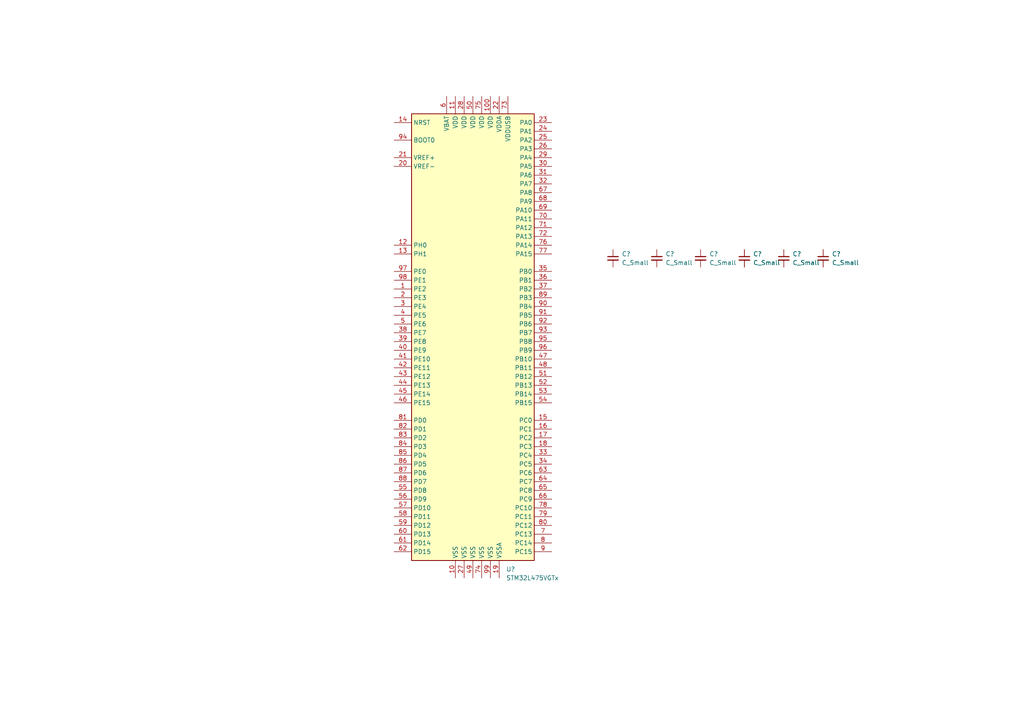
<source format=kicad_sch>
(kicad_sch (version 20211123) (generator eeschema)

  (uuid e63e39d7-6ac0-4ffd-8aa3-1841a4541b55)

  (paper "A4")

  (lib_symbols
    (symbol "Device:C_Small" (pin_numbers hide) (pin_names (offset 0.254) hide) (in_bom yes) (on_board yes)
      (property "Reference" "C" (id 0) (at 0.254 1.778 0)
        (effects (font (size 1.27 1.27)) (justify left))
      )
      (property "Value" "C_Small" (id 1) (at 0.254 -2.032 0)
        (effects (font (size 1.27 1.27)) (justify left))
      )
      (property "Footprint" "" (id 2) (at 0 0 0)
        (effects (font (size 1.27 1.27)) hide)
      )
      (property "Datasheet" "~" (id 3) (at 0 0 0)
        (effects (font (size 1.27 1.27)) hide)
      )
      (property "ki_keywords" "capacitor cap" (id 4) (at 0 0 0)
        (effects (font (size 1.27 1.27)) hide)
      )
      (property "ki_description" "Unpolarized capacitor, small symbol" (id 5) (at 0 0 0)
        (effects (font (size 1.27 1.27)) hide)
      )
      (property "ki_fp_filters" "C_*" (id 6) (at 0 0 0)
        (effects (font (size 1.27 1.27)) hide)
      )
      (symbol "C_Small_0_1"
        (polyline
          (pts
            (xy -1.524 -0.508)
            (xy 1.524 -0.508)
          )
          (stroke (width 0.3302) (type default) (color 0 0 0 0))
          (fill (type none))
        )
        (polyline
          (pts
            (xy -1.524 0.508)
            (xy 1.524 0.508)
          )
          (stroke (width 0.3048) (type default) (color 0 0 0 0))
          (fill (type none))
        )
      )
      (symbol "C_Small_1_1"
        (pin passive line (at 0 2.54 270) (length 2.032)
          (name "~" (effects (font (size 1.27 1.27))))
          (number "1" (effects (font (size 1.27 1.27))))
        )
        (pin passive line (at 0 -2.54 90) (length 2.032)
          (name "~" (effects (font (size 1.27 1.27))))
          (number "2" (effects (font (size 1.27 1.27))))
        )
      )
    )
    (symbol "MCU_ST_STM32L4:STM32L475VGTx" (in_bom yes) (on_board yes)
      (property "Reference" "U" (id 0) (at -17.78 64.77 0)
        (effects (font (size 1.27 1.27)) (justify left))
      )
      (property "Value" "STM32L475VGTx" (id 1) (at 12.7 64.77 0)
        (effects (font (size 1.27 1.27)) (justify left))
      )
      (property "Footprint" "Package_QFP:LQFP-100_14x14mm_P0.5mm" (id 2) (at -17.78 -66.04 0)
        (effects (font (size 1.27 1.27)) (justify right) hide)
      )
      (property "Datasheet" "http://www.st.com/st-web-ui/static/active/en/resource/technical/document/datasheet/DM00172872.pdf" (id 3) (at 0 0 0)
        (effects (font (size 1.27 1.27)) hide)
      )
      (property "ki_keywords" "ARM Cortex-M4 STM32L4 STM32L4x5" (id 4) (at 0 0 0)
        (effects (font (size 1.27 1.27)) hide)
      )
      (property "ki_description" "ARM Cortex-M4 MCU, 1024KB flash, 128KB RAM, 80MHz, 1.71-3.6V, 82 GPIO, LQFP-100" (id 5) (at 0 0 0)
        (effects (font (size 1.27 1.27)) hide)
      )
      (property "ki_fp_filters" "LQFP*14x14mm*P0.5mm*" (id 6) (at 0 0 0)
        (effects (font (size 1.27 1.27)) hide)
      )
      (symbol "STM32L475VGTx_0_1"
        (rectangle (start -17.78 -66.04) (end 17.78 63.5)
          (stroke (width 0.254) (type default) (color 0 0 0 0))
          (fill (type background))
        )
      )
      (symbol "STM32L475VGTx_1_1"
        (pin bidirectional line (at -22.86 12.7 0) (length 5.08)
          (name "PE2" (effects (font (size 1.27 1.27))))
          (number "1" (effects (font (size 1.27 1.27))))
        )
        (pin power_in line (at -5.08 -71.12 90) (length 5.08)
          (name "VSS" (effects (font (size 1.27 1.27))))
          (number "10" (effects (font (size 1.27 1.27))))
        )
        (pin power_in line (at 5.08 68.58 270) (length 5.08)
          (name "VDD" (effects (font (size 1.27 1.27))))
          (number "100" (effects (font (size 1.27 1.27))))
        )
        (pin power_in line (at -5.08 68.58 270) (length 5.08)
          (name "VDD" (effects (font (size 1.27 1.27))))
          (number "11" (effects (font (size 1.27 1.27))))
        )
        (pin input line (at -22.86 25.4 0) (length 5.08)
          (name "PH0" (effects (font (size 1.27 1.27))))
          (number "12" (effects (font (size 1.27 1.27))))
        )
        (pin input line (at -22.86 22.86 0) (length 5.08)
          (name "PH1" (effects (font (size 1.27 1.27))))
          (number "13" (effects (font (size 1.27 1.27))))
        )
        (pin input line (at -22.86 60.96 0) (length 5.08)
          (name "NRST" (effects (font (size 1.27 1.27))))
          (number "14" (effects (font (size 1.27 1.27))))
        )
        (pin bidirectional line (at 22.86 -25.4 180) (length 5.08)
          (name "PC0" (effects (font (size 1.27 1.27))))
          (number "15" (effects (font (size 1.27 1.27))))
        )
        (pin bidirectional line (at 22.86 -27.94 180) (length 5.08)
          (name "PC1" (effects (font (size 1.27 1.27))))
          (number "16" (effects (font (size 1.27 1.27))))
        )
        (pin bidirectional line (at 22.86 -30.48 180) (length 5.08)
          (name "PC2" (effects (font (size 1.27 1.27))))
          (number "17" (effects (font (size 1.27 1.27))))
        )
        (pin bidirectional line (at 22.86 -33.02 180) (length 5.08)
          (name "PC3" (effects (font (size 1.27 1.27))))
          (number "18" (effects (font (size 1.27 1.27))))
        )
        (pin power_in line (at 7.62 -71.12 90) (length 5.08)
          (name "VSSA" (effects (font (size 1.27 1.27))))
          (number "19" (effects (font (size 1.27 1.27))))
        )
        (pin bidirectional line (at -22.86 10.16 0) (length 5.08)
          (name "PE3" (effects (font (size 1.27 1.27))))
          (number "2" (effects (font (size 1.27 1.27))))
        )
        (pin power_in line (at -22.86 48.26 0) (length 5.08)
          (name "VREF-" (effects (font (size 1.27 1.27))))
          (number "20" (effects (font (size 1.27 1.27))))
        )
        (pin bidirectional line (at -22.86 50.8 0) (length 5.08)
          (name "VREF+" (effects (font (size 1.27 1.27))))
          (number "21" (effects (font (size 1.27 1.27))))
        )
        (pin power_in line (at 7.62 68.58 270) (length 5.08)
          (name "VDDA" (effects (font (size 1.27 1.27))))
          (number "22" (effects (font (size 1.27 1.27))))
        )
        (pin bidirectional line (at 22.86 60.96 180) (length 5.08)
          (name "PA0" (effects (font (size 1.27 1.27))))
          (number "23" (effects (font (size 1.27 1.27))))
        )
        (pin bidirectional line (at 22.86 58.42 180) (length 5.08)
          (name "PA1" (effects (font (size 1.27 1.27))))
          (number "24" (effects (font (size 1.27 1.27))))
        )
        (pin bidirectional line (at 22.86 55.88 180) (length 5.08)
          (name "PA2" (effects (font (size 1.27 1.27))))
          (number "25" (effects (font (size 1.27 1.27))))
        )
        (pin bidirectional line (at 22.86 53.34 180) (length 5.08)
          (name "PA3" (effects (font (size 1.27 1.27))))
          (number "26" (effects (font (size 1.27 1.27))))
        )
        (pin power_in line (at -2.54 -71.12 90) (length 5.08)
          (name "VSS" (effects (font (size 1.27 1.27))))
          (number "27" (effects (font (size 1.27 1.27))))
        )
        (pin power_in line (at -2.54 68.58 270) (length 5.08)
          (name "VDD" (effects (font (size 1.27 1.27))))
          (number "28" (effects (font (size 1.27 1.27))))
        )
        (pin bidirectional line (at 22.86 50.8 180) (length 5.08)
          (name "PA4" (effects (font (size 1.27 1.27))))
          (number "29" (effects (font (size 1.27 1.27))))
        )
        (pin bidirectional line (at -22.86 7.62 0) (length 5.08)
          (name "PE4" (effects (font (size 1.27 1.27))))
          (number "3" (effects (font (size 1.27 1.27))))
        )
        (pin bidirectional line (at 22.86 48.26 180) (length 5.08)
          (name "PA5" (effects (font (size 1.27 1.27))))
          (number "30" (effects (font (size 1.27 1.27))))
        )
        (pin bidirectional line (at 22.86 45.72 180) (length 5.08)
          (name "PA6" (effects (font (size 1.27 1.27))))
          (number "31" (effects (font (size 1.27 1.27))))
        )
        (pin bidirectional line (at 22.86 43.18 180) (length 5.08)
          (name "PA7" (effects (font (size 1.27 1.27))))
          (number "32" (effects (font (size 1.27 1.27))))
        )
        (pin bidirectional line (at 22.86 -35.56 180) (length 5.08)
          (name "PC4" (effects (font (size 1.27 1.27))))
          (number "33" (effects (font (size 1.27 1.27))))
        )
        (pin bidirectional line (at 22.86 -38.1 180) (length 5.08)
          (name "PC5" (effects (font (size 1.27 1.27))))
          (number "34" (effects (font (size 1.27 1.27))))
        )
        (pin bidirectional line (at 22.86 17.78 180) (length 5.08)
          (name "PB0" (effects (font (size 1.27 1.27))))
          (number "35" (effects (font (size 1.27 1.27))))
        )
        (pin bidirectional line (at 22.86 15.24 180) (length 5.08)
          (name "PB1" (effects (font (size 1.27 1.27))))
          (number "36" (effects (font (size 1.27 1.27))))
        )
        (pin bidirectional line (at 22.86 12.7 180) (length 5.08)
          (name "PB2" (effects (font (size 1.27 1.27))))
          (number "37" (effects (font (size 1.27 1.27))))
        )
        (pin bidirectional line (at -22.86 0 0) (length 5.08)
          (name "PE7" (effects (font (size 1.27 1.27))))
          (number "38" (effects (font (size 1.27 1.27))))
        )
        (pin bidirectional line (at -22.86 -2.54 0) (length 5.08)
          (name "PE8" (effects (font (size 1.27 1.27))))
          (number "39" (effects (font (size 1.27 1.27))))
        )
        (pin bidirectional line (at -22.86 5.08 0) (length 5.08)
          (name "PE5" (effects (font (size 1.27 1.27))))
          (number "4" (effects (font (size 1.27 1.27))))
        )
        (pin bidirectional line (at -22.86 -5.08 0) (length 5.08)
          (name "PE9" (effects (font (size 1.27 1.27))))
          (number "40" (effects (font (size 1.27 1.27))))
        )
        (pin bidirectional line (at -22.86 -7.62 0) (length 5.08)
          (name "PE10" (effects (font (size 1.27 1.27))))
          (number "41" (effects (font (size 1.27 1.27))))
        )
        (pin bidirectional line (at -22.86 -10.16 0) (length 5.08)
          (name "PE11" (effects (font (size 1.27 1.27))))
          (number "42" (effects (font (size 1.27 1.27))))
        )
        (pin bidirectional line (at -22.86 -12.7 0) (length 5.08)
          (name "PE12" (effects (font (size 1.27 1.27))))
          (number "43" (effects (font (size 1.27 1.27))))
        )
        (pin bidirectional line (at -22.86 -15.24 0) (length 5.08)
          (name "PE13" (effects (font (size 1.27 1.27))))
          (number "44" (effects (font (size 1.27 1.27))))
        )
        (pin bidirectional line (at -22.86 -17.78 0) (length 5.08)
          (name "PE14" (effects (font (size 1.27 1.27))))
          (number "45" (effects (font (size 1.27 1.27))))
        )
        (pin bidirectional line (at -22.86 -20.32 0) (length 5.08)
          (name "PE15" (effects (font (size 1.27 1.27))))
          (number "46" (effects (font (size 1.27 1.27))))
        )
        (pin bidirectional line (at 22.86 -7.62 180) (length 5.08)
          (name "PB10" (effects (font (size 1.27 1.27))))
          (number "47" (effects (font (size 1.27 1.27))))
        )
        (pin bidirectional line (at 22.86 -10.16 180) (length 5.08)
          (name "PB11" (effects (font (size 1.27 1.27))))
          (number "48" (effects (font (size 1.27 1.27))))
        )
        (pin power_in line (at 0 -71.12 90) (length 5.08)
          (name "VSS" (effects (font (size 1.27 1.27))))
          (number "49" (effects (font (size 1.27 1.27))))
        )
        (pin bidirectional line (at -22.86 2.54 0) (length 5.08)
          (name "PE6" (effects (font (size 1.27 1.27))))
          (number "5" (effects (font (size 1.27 1.27))))
        )
        (pin power_in line (at 0 68.58 270) (length 5.08)
          (name "VDD" (effects (font (size 1.27 1.27))))
          (number "50" (effects (font (size 1.27 1.27))))
        )
        (pin bidirectional line (at 22.86 -12.7 180) (length 5.08)
          (name "PB12" (effects (font (size 1.27 1.27))))
          (number "51" (effects (font (size 1.27 1.27))))
        )
        (pin bidirectional line (at 22.86 -15.24 180) (length 5.08)
          (name "PB13" (effects (font (size 1.27 1.27))))
          (number "52" (effects (font (size 1.27 1.27))))
        )
        (pin bidirectional line (at 22.86 -17.78 180) (length 5.08)
          (name "PB14" (effects (font (size 1.27 1.27))))
          (number "53" (effects (font (size 1.27 1.27))))
        )
        (pin bidirectional line (at 22.86 -20.32 180) (length 5.08)
          (name "PB15" (effects (font (size 1.27 1.27))))
          (number "54" (effects (font (size 1.27 1.27))))
        )
        (pin bidirectional line (at -22.86 -45.72 0) (length 5.08)
          (name "PD8" (effects (font (size 1.27 1.27))))
          (number "55" (effects (font (size 1.27 1.27))))
        )
        (pin bidirectional line (at -22.86 -48.26 0) (length 5.08)
          (name "PD9" (effects (font (size 1.27 1.27))))
          (number "56" (effects (font (size 1.27 1.27))))
        )
        (pin bidirectional line (at -22.86 -50.8 0) (length 5.08)
          (name "PD10" (effects (font (size 1.27 1.27))))
          (number "57" (effects (font (size 1.27 1.27))))
        )
        (pin bidirectional line (at -22.86 -53.34 0) (length 5.08)
          (name "PD11" (effects (font (size 1.27 1.27))))
          (number "58" (effects (font (size 1.27 1.27))))
        )
        (pin bidirectional line (at -22.86 -55.88 0) (length 5.08)
          (name "PD12" (effects (font (size 1.27 1.27))))
          (number "59" (effects (font (size 1.27 1.27))))
        )
        (pin power_in line (at -7.62 68.58 270) (length 5.08)
          (name "VBAT" (effects (font (size 1.27 1.27))))
          (number "6" (effects (font (size 1.27 1.27))))
        )
        (pin bidirectional line (at -22.86 -58.42 0) (length 5.08)
          (name "PD13" (effects (font (size 1.27 1.27))))
          (number "60" (effects (font (size 1.27 1.27))))
        )
        (pin bidirectional line (at -22.86 -60.96 0) (length 5.08)
          (name "PD14" (effects (font (size 1.27 1.27))))
          (number "61" (effects (font (size 1.27 1.27))))
        )
        (pin bidirectional line (at -22.86 -63.5 0) (length 5.08)
          (name "PD15" (effects (font (size 1.27 1.27))))
          (number "62" (effects (font (size 1.27 1.27))))
        )
        (pin bidirectional line (at 22.86 -40.64 180) (length 5.08)
          (name "PC6" (effects (font (size 1.27 1.27))))
          (number "63" (effects (font (size 1.27 1.27))))
        )
        (pin bidirectional line (at 22.86 -43.18 180) (length 5.08)
          (name "PC7" (effects (font (size 1.27 1.27))))
          (number "64" (effects (font (size 1.27 1.27))))
        )
        (pin bidirectional line (at 22.86 -45.72 180) (length 5.08)
          (name "PC8" (effects (font (size 1.27 1.27))))
          (number "65" (effects (font (size 1.27 1.27))))
        )
        (pin bidirectional line (at 22.86 -48.26 180) (length 5.08)
          (name "PC9" (effects (font (size 1.27 1.27))))
          (number "66" (effects (font (size 1.27 1.27))))
        )
        (pin bidirectional line (at 22.86 40.64 180) (length 5.08)
          (name "PA8" (effects (font (size 1.27 1.27))))
          (number "67" (effects (font (size 1.27 1.27))))
        )
        (pin bidirectional line (at 22.86 38.1 180) (length 5.08)
          (name "PA9" (effects (font (size 1.27 1.27))))
          (number "68" (effects (font (size 1.27 1.27))))
        )
        (pin bidirectional line (at 22.86 35.56 180) (length 5.08)
          (name "PA10" (effects (font (size 1.27 1.27))))
          (number "69" (effects (font (size 1.27 1.27))))
        )
        (pin bidirectional line (at 22.86 -58.42 180) (length 5.08)
          (name "PC13" (effects (font (size 1.27 1.27))))
          (number "7" (effects (font (size 1.27 1.27))))
        )
        (pin bidirectional line (at 22.86 33.02 180) (length 5.08)
          (name "PA11" (effects (font (size 1.27 1.27))))
          (number "70" (effects (font (size 1.27 1.27))))
        )
        (pin bidirectional line (at 22.86 30.48 180) (length 5.08)
          (name "PA12" (effects (font (size 1.27 1.27))))
          (number "71" (effects (font (size 1.27 1.27))))
        )
        (pin bidirectional line (at 22.86 27.94 180) (length 5.08)
          (name "PA13" (effects (font (size 1.27 1.27))))
          (number "72" (effects (font (size 1.27 1.27))))
        )
        (pin power_in line (at 10.16 68.58 270) (length 5.08)
          (name "VDDUSB" (effects (font (size 1.27 1.27))))
          (number "73" (effects (font (size 1.27 1.27))))
        )
        (pin power_in line (at 2.54 -71.12 90) (length 5.08)
          (name "VSS" (effects (font (size 1.27 1.27))))
          (number "74" (effects (font (size 1.27 1.27))))
        )
        (pin power_in line (at 2.54 68.58 270) (length 5.08)
          (name "VDD" (effects (font (size 1.27 1.27))))
          (number "75" (effects (font (size 1.27 1.27))))
        )
        (pin bidirectional line (at 22.86 25.4 180) (length 5.08)
          (name "PA14" (effects (font (size 1.27 1.27))))
          (number "76" (effects (font (size 1.27 1.27))))
        )
        (pin bidirectional line (at 22.86 22.86 180) (length 5.08)
          (name "PA15" (effects (font (size 1.27 1.27))))
          (number "77" (effects (font (size 1.27 1.27))))
        )
        (pin bidirectional line (at 22.86 -50.8 180) (length 5.08)
          (name "PC10" (effects (font (size 1.27 1.27))))
          (number "78" (effects (font (size 1.27 1.27))))
        )
        (pin bidirectional line (at 22.86 -53.34 180) (length 5.08)
          (name "PC11" (effects (font (size 1.27 1.27))))
          (number "79" (effects (font (size 1.27 1.27))))
        )
        (pin bidirectional line (at 22.86 -60.96 180) (length 5.08)
          (name "PC14" (effects (font (size 1.27 1.27))))
          (number "8" (effects (font (size 1.27 1.27))))
        )
        (pin bidirectional line (at 22.86 -55.88 180) (length 5.08)
          (name "PC12" (effects (font (size 1.27 1.27))))
          (number "80" (effects (font (size 1.27 1.27))))
        )
        (pin bidirectional line (at -22.86 -25.4 0) (length 5.08)
          (name "PD0" (effects (font (size 1.27 1.27))))
          (number "81" (effects (font (size 1.27 1.27))))
        )
        (pin bidirectional line (at -22.86 -27.94 0) (length 5.08)
          (name "PD1" (effects (font (size 1.27 1.27))))
          (number "82" (effects (font (size 1.27 1.27))))
        )
        (pin bidirectional line (at -22.86 -30.48 0) (length 5.08)
          (name "PD2" (effects (font (size 1.27 1.27))))
          (number "83" (effects (font (size 1.27 1.27))))
        )
        (pin bidirectional line (at -22.86 -33.02 0) (length 5.08)
          (name "PD3" (effects (font (size 1.27 1.27))))
          (number "84" (effects (font (size 1.27 1.27))))
        )
        (pin bidirectional line (at -22.86 -35.56 0) (length 5.08)
          (name "PD4" (effects (font (size 1.27 1.27))))
          (number "85" (effects (font (size 1.27 1.27))))
        )
        (pin bidirectional line (at -22.86 -38.1 0) (length 5.08)
          (name "PD5" (effects (font (size 1.27 1.27))))
          (number "86" (effects (font (size 1.27 1.27))))
        )
        (pin bidirectional line (at -22.86 -40.64 0) (length 5.08)
          (name "PD6" (effects (font (size 1.27 1.27))))
          (number "87" (effects (font (size 1.27 1.27))))
        )
        (pin bidirectional line (at -22.86 -43.18 0) (length 5.08)
          (name "PD7" (effects (font (size 1.27 1.27))))
          (number "88" (effects (font (size 1.27 1.27))))
        )
        (pin bidirectional line (at 22.86 10.16 180) (length 5.08)
          (name "PB3" (effects (font (size 1.27 1.27))))
          (number "89" (effects (font (size 1.27 1.27))))
        )
        (pin bidirectional line (at 22.86 -63.5 180) (length 5.08)
          (name "PC15" (effects (font (size 1.27 1.27))))
          (number "9" (effects (font (size 1.27 1.27))))
        )
        (pin bidirectional line (at 22.86 7.62 180) (length 5.08)
          (name "PB4" (effects (font (size 1.27 1.27))))
          (number "90" (effects (font (size 1.27 1.27))))
        )
        (pin bidirectional line (at 22.86 5.08 180) (length 5.08)
          (name "PB5" (effects (font (size 1.27 1.27))))
          (number "91" (effects (font (size 1.27 1.27))))
        )
        (pin bidirectional line (at 22.86 2.54 180) (length 5.08)
          (name "PB6" (effects (font (size 1.27 1.27))))
          (number "92" (effects (font (size 1.27 1.27))))
        )
        (pin bidirectional line (at 22.86 0 180) (length 5.08)
          (name "PB7" (effects (font (size 1.27 1.27))))
          (number "93" (effects (font (size 1.27 1.27))))
        )
        (pin input line (at -22.86 55.88 0) (length 5.08)
          (name "BOOT0" (effects (font (size 1.27 1.27))))
          (number "94" (effects (font (size 1.27 1.27))))
        )
        (pin bidirectional line (at 22.86 -2.54 180) (length 5.08)
          (name "PB8" (effects (font (size 1.27 1.27))))
          (number "95" (effects (font (size 1.27 1.27))))
        )
        (pin bidirectional line (at 22.86 -5.08 180) (length 5.08)
          (name "PB9" (effects (font (size 1.27 1.27))))
          (number "96" (effects (font (size 1.27 1.27))))
        )
        (pin bidirectional line (at -22.86 17.78 0) (length 5.08)
          (name "PE0" (effects (font (size 1.27 1.27))))
          (number "97" (effects (font (size 1.27 1.27))))
        )
        (pin bidirectional line (at -22.86 15.24 0) (length 5.08)
          (name "PE1" (effects (font (size 1.27 1.27))))
          (number "98" (effects (font (size 1.27 1.27))))
        )
        (pin power_in line (at 5.08 -71.12 90) (length 5.08)
          (name "VSS" (effects (font (size 1.27 1.27))))
          (number "99" (effects (font (size 1.27 1.27))))
        )
      )
    )
  )


  (symbol (lib_id "Device:C_Small") (at 190.5 74.93 0) (unit 1)
    (in_bom yes) (on_board yes) (fields_autoplaced)
    (uuid 20193e1f-fada-4c28-9cae-dcc1516a667c)
    (property "Reference" "C?" (id 0) (at 193.04 73.6662 0)
      (effects (font (size 1.27 1.27)) (justify left))
    )
    (property "Value" "C_Small" (id 1) (at 193.04 76.2062 0)
      (effects (font (size 1.27 1.27)) (justify left))
    )
    (property "Footprint" "" (id 2) (at 190.5 74.93 0)
      (effects (font (size 1.27 1.27)) hide)
    )
    (property "Datasheet" "~" (id 3) (at 190.5 74.93 0)
      (effects (font (size 1.27 1.27)) hide)
    )
    (pin "1" (uuid c792d8d9-4817-4d6f-a57e-3c117c43a497))
    (pin "2" (uuid 24798a3e-514c-4324-a45c-9c58f6104d10))
  )

  (symbol (lib_id "Device:C_Small") (at 227.33 74.93 0) (unit 1)
    (in_bom yes) (on_board yes) (fields_autoplaced)
    (uuid 2660c866-d3d0-4912-8149-9bf66a7073b0)
    (property "Reference" "C?" (id 0) (at 229.87 73.6662 0)
      (effects (font (size 1.27 1.27)) (justify left))
    )
    (property "Value" "C_Small" (id 1) (at 229.87 76.2062 0)
      (effects (font (size 1.27 1.27)) (justify left))
    )
    (property "Footprint" "" (id 2) (at 227.33 74.93 0)
      (effects (font (size 1.27 1.27)) hide)
    )
    (property "Datasheet" "~" (id 3) (at 227.33 74.93 0)
      (effects (font (size 1.27 1.27)) hide)
    )
    (pin "1" (uuid a2be9f1c-f49f-48c6-9b82-fe513848f8c2))
    (pin "2" (uuid a0b83dff-95fb-4a94-b937-76a9b128457a))
  )

  (symbol (lib_id "Device:C_Small") (at 177.8 74.93 0) (unit 1)
    (in_bom yes) (on_board yes) (fields_autoplaced)
    (uuid 2e54168b-0227-4159-b47e-0111d60ce4b2)
    (property "Reference" "C?" (id 0) (at 180.34 73.6662 0)
      (effects (font (size 1.27 1.27)) (justify left))
    )
    (property "Value" "C_Small" (id 1) (at 180.34 76.2062 0)
      (effects (font (size 1.27 1.27)) (justify left))
    )
    (property "Footprint" "" (id 2) (at 177.8 74.93 0)
      (effects (font (size 1.27 1.27)) hide)
    )
    (property "Datasheet" "~" (id 3) (at 177.8 74.93 0)
      (effects (font (size 1.27 1.27)) hide)
    )
    (pin "1" (uuid 9eacef68-2af9-4b4a-913f-deab09fc1781))
    (pin "2" (uuid b695beee-10af-49fc-b958-675b1f9b1740))
  )

  (symbol (lib_id "Device:C_Small") (at 238.76 74.93 0) (unit 1)
    (in_bom yes) (on_board yes) (fields_autoplaced)
    (uuid 8044fb66-640f-4b6f-9b8b-ae61d823a5bf)
    (property "Reference" "C?" (id 0) (at 241.3 73.6662 0)
      (effects (font (size 1.27 1.27)) (justify left))
    )
    (property "Value" "C_Small" (id 1) (at 241.3 76.2062 0)
      (effects (font (size 1.27 1.27)) (justify left))
    )
    (property "Footprint" "" (id 2) (at 238.76 74.93 0)
      (effects (font (size 1.27 1.27)) hide)
    )
    (property "Datasheet" "~" (id 3) (at 238.76 74.93 0)
      (effects (font (size 1.27 1.27)) hide)
    )
    (pin "1" (uuid 901bfb18-e04a-4897-b0d6-098ce64dc1d7))
    (pin "2" (uuid 91738f50-d9ae-4a3f-9f74-1b1fe57f4020))
  )

  (symbol (lib_id "Device:C_Small") (at 203.2 74.93 0) (unit 1)
    (in_bom yes) (on_board yes) (fields_autoplaced)
    (uuid b476f0f1-c2e4-431b-927a-0542e233d9d0)
    (property "Reference" "C?" (id 0) (at 205.74 73.6662 0)
      (effects (font (size 1.27 1.27)) (justify left))
    )
    (property "Value" "C_Small" (id 1) (at 205.74 76.2062 0)
      (effects (font (size 1.27 1.27)) (justify left))
    )
    (property "Footprint" "" (id 2) (at 203.2 74.93 0)
      (effects (font (size 1.27 1.27)) hide)
    )
    (property "Datasheet" "~" (id 3) (at 203.2 74.93 0)
      (effects (font (size 1.27 1.27)) hide)
    )
    (pin "1" (uuid 18cf9091-a2f4-41fe-84e4-b4df1d7bf12e))
    (pin "2" (uuid 34f05fae-1baf-4c00-97ee-d83fccb60384))
  )

  (symbol (lib_id "MCU_ST_STM32L4:STM32L475VGTx") (at 137.16 96.52 0) (unit 1)
    (in_bom yes) (on_board yes) (fields_autoplaced)
    (uuid b85f8c73-19f2-44f2-9443-5936ad5dc890)
    (property "Reference" "U?" (id 0) (at 146.7994 165.1 0)
      (effects (font (size 1.27 1.27)) (justify left))
    )
    (property "Value" "STM32L475VGTx" (id 1) (at 146.7994 167.64 0)
      (effects (font (size 1.27 1.27)) (justify left))
    )
    (property "Footprint" "Package_QFP:LQFP-100_14x14mm_P0.5mm" (id 2) (at 119.38 162.56 0)
      (effects (font (size 1.27 1.27)) (justify right) hide)
    )
    (property "Datasheet" "http://www.st.com/st-web-ui/static/active/en/resource/technical/document/datasheet/DM00172872.pdf" (id 3) (at 137.16 96.52 0)
      (effects (font (size 1.27 1.27)) hide)
    )
    (pin "1" (uuid 158bb94f-3490-4c8e-b4a3-1ca7bfd649dc))
    (pin "10" (uuid 1711ae5f-ce0e-4a66-8a10-4ed3cd14ff01))
    (pin "100" (uuid 2b210e7c-9bd1-420d-830d-76de98601db9))
    (pin "11" (uuid c3c7db9b-65b6-4cc9-8b22-92d84a96181d))
    (pin "12" (uuid 38a93a09-6a8b-4819-ac8e-9c6f13062e58))
    (pin "13" (uuid 2dc8a6e4-736f-4427-8361-884de6f5a80b))
    (pin "14" (uuid de196656-b1eb-4408-9ab2-cf7f11cf205e))
    (pin "15" (uuid 2f568f4d-c797-4b83-ae99-7c302d786987))
    (pin "16" (uuid 7dcf8ba3-e6a6-4797-a5fa-81a57fa73b0f))
    (pin "17" (uuid b69cb607-e721-4e82-932c-749619a5f51b))
    (pin "18" (uuid 9879a8a8-b664-4414-bdd6-1a12a279d87c))
    (pin "19" (uuid 0702dee1-f861-4e50-8252-7cb53e6d3259))
    (pin "2" (uuid 31757a82-5be6-49f4-8469-6fd1f19a4831))
    (pin "20" (uuid 4dc08b0e-cf74-4295-b811-c24343b38bbd))
    (pin "21" (uuid dd00503d-8df4-435b-bfc3-85ca3fa156c1))
    (pin "22" (uuid c7a8a931-be51-41e0-9536-14da5c4b0f5f))
    (pin "23" (uuid b34dc6ff-1aa7-46bb-a6de-a88fbd693f57))
    (pin "24" (uuid ff164f5f-b65f-4b7d-ba28-85fe41257652))
    (pin "25" (uuid cd5690a3-890c-4d22-9010-3d73ae7c1982))
    (pin "26" (uuid 4a1889be-7ec6-405b-ae5a-773fc21e97e9))
    (pin "27" (uuid 0e31ffcf-99fb-4275-800d-d27579fe3735))
    (pin "28" (uuid fe202bbd-94bd-4c8c-9c9b-6c8c8bf4cae1))
    (pin "29" (uuid af3c4291-4f9b-4bb8-9e36-5ee3fcee3e08))
    (pin "3" (uuid 384f7937-c989-48ca-815c-ca9cd9549604))
    (pin "30" (uuid a86c0538-075e-45a8-b87e-cdc35a79de0e))
    (pin "31" (uuid c9030bbb-4170-4ed3-8bce-43ada0cd308b))
    (pin "32" (uuid 4fdb7677-df09-4b9c-9e53-fc4088a7c589))
    (pin "33" (uuid 48e8d634-1608-4cd1-814c-418fcd84837c))
    (pin "34" (uuid e154bec5-9df5-43f9-9ce6-aa91c2497a87))
    (pin "35" (uuid b7bad381-ab72-4dc6-9a34-75ef89e1c31a))
    (pin "36" (uuid f830a66f-e2ef-4b7e-9edf-b7c190c62646))
    (pin "37" (uuid 9746f069-e80a-452b-8989-f5c64c16ba95))
    (pin "38" (uuid 7e154768-f00c-476d-8133-de5947560eb9))
    (pin "39" (uuid b3568ee3-7644-45e4-94bd-e50c1166aa1c))
    (pin "4" (uuid aa7c0a7c-9074-484b-9343-5acf98c9bf0a))
    (pin "40" (uuid ff29d671-98a4-4862-895e-468b5261580f))
    (pin "41" (uuid bd7aa977-0679-474b-8d61-d81fd6aed2f9))
    (pin "42" (uuid 71c40540-5eb3-4635-a2af-1b72a7c74567))
    (pin "43" (uuid 4a724030-d669-414b-a7ff-7fa548fedcb0))
    (pin "44" (uuid e469a13b-5043-40f5-a8fe-6723f63ddc09))
    (pin "45" (uuid 0a443e0d-fddc-4f12-9036-b6c5cbeb7d6f))
    (pin "46" (uuid 2a79ffb4-2d23-498f-b7a8-2b9efa2dcd6d))
    (pin "47" (uuid a4403f8b-a900-4eb6-8a4d-41088cc3a931))
    (pin "48" (uuid 824b4b92-8ae6-4ac2-b730-a8f5fa54180c))
    (pin "49" (uuid 3e9a69d4-72a8-4465-a258-5d64d6b9393f))
    (pin "5" (uuid 59bcb9cf-63c1-49c0-9e09-32e97073c182))
    (pin "50" (uuid dd4a80cf-aed1-4f7b-aa49-7e5204dd2cc9))
    (pin "51" (uuid 93c84fa8-3d30-4a64-80f6-251c3e6d0a84))
    (pin "52" (uuid 9262c7d3-8469-461f-b560-6292a46b6254))
    (pin "53" (uuid b888ed45-25df-420f-bdfd-52185c81181d))
    (pin "54" (uuid 9d739939-b4cf-4c27-9abf-4d234c03efde))
    (pin "55" (uuid bff71930-d437-4ec7-9c82-2227cb83239a))
    (pin "56" (uuid 51922447-0f45-435c-b8a0-d8ab8fabb438))
    (pin "57" (uuid c4e5571b-e0e7-44dc-941b-697e7ab08cff))
    (pin "58" (uuid 7de31210-cd0e-449a-9cf1-c0886ee5ad09))
    (pin "59" (uuid 4d7ca68c-8b7a-448a-b78d-f0d552bf1223))
    (pin "6" (uuid c4aafd74-f072-4064-8999-a1a79346462a))
    (pin "60" (uuid 0b459bf9-b68c-492a-a0aa-d2b81e0b6e2e))
    (pin "61" (uuid 9b358ba5-15d7-49be-be88-240b4422ec30))
    (pin "62" (uuid 5a00e098-5192-4540-9073-e27d5447e879))
    (pin "63" (uuid 2a77a72e-d058-40b9-a6e8-cfe4c97e7ab1))
    (pin "64" (uuid 61d13227-ea38-4175-a5c0-8f75a3d5765d))
    (pin "65" (uuid c00a6ff3-d367-48aa-9987-c597c23d6ece))
    (pin "66" (uuid ed719640-2001-4a0b-956b-2fc557f849a0))
    (pin "67" (uuid 09c5b2e9-fadc-49a8-867f-ed662ece0465))
    (pin "68" (uuid 262f85ee-a49a-4194-bdee-29ac02a484ec))
    (pin "69" (uuid 8d9916ee-e2bd-408c-960d-d9bae62b28e4))
    (pin "7" (uuid e10a8197-feb1-49a8-8ce1-531c3527f182))
    (pin "70" (uuid aef028c9-bd4b-4984-aea9-019dcc39d7ec))
    (pin "71" (uuid 54c8435a-0b4b-47ec-b2ba-919fa8bf92bd))
    (pin "72" (uuid e3da7779-0ea1-46dc-90c1-3da0eae63ac3))
    (pin "73" (uuid e36b28a4-7427-4708-a63e-3fe312e8d49f))
    (pin "74" (uuid ac400113-5b0c-4ba3-90f5-fba5c1ab46ed))
    (pin "75" (uuid 92927a9e-f25b-41ba-9c93-2d6e3e6c1f89))
    (pin "76" (uuid 196afe34-74fd-48ae-9b9f-d7a341cb4cdd))
    (pin "77" (uuid 959a520e-05e4-488b-a17d-dfb714eea3cc))
    (pin "78" (uuid b5ffc3b0-893d-4977-bac8-ca0fd10d098d))
    (pin "79" (uuid fa1503a0-19c0-4e06-a1de-65c87d9f3046))
    (pin "8" (uuid 75e54a73-a71d-4649-833f-7b284b918c88))
    (pin "80" (uuid 65648dec-894d-4846-9000-a3f37128d377))
    (pin "81" (uuid 725ddd62-c356-4053-88dd-d8de16f6d111))
    (pin "82" (uuid 4c0f28bd-4fdd-4e3f-866b-0af6e20563d6))
    (pin "83" (uuid 364ea6d5-81d6-485d-af85-ad66a6d4fe3f))
    (pin "84" (uuid 63775781-01d0-47bd-b139-79a50fca0217))
    (pin "85" (uuid ce9f22c6-5cf9-49f9-93e7-eee91fc8e787))
    (pin "86" (uuid 7ad6feb3-63ea-46ec-b067-a29f12685067))
    (pin "87" (uuid cd1ad6f7-f841-4643-bb04-2e14949559d5))
    (pin "88" (uuid 3212fb31-6c72-4476-a39a-a9c0b82ecb0b))
    (pin "89" (uuid 1d5dd387-4f70-4c11-b1a3-f6e6760c186d))
    (pin "9" (uuid e85a0c7c-4e23-42e7-a5bc-06fab7abaed3))
    (pin "90" (uuid 21dbf739-195a-41eb-a010-3ab734d0ed32))
    (pin "91" (uuid fac4059d-8c6c-49b6-af4c-aa836999c541))
    (pin "92" (uuid c45ca1ab-50a8-4158-9b8e-86eb478b26b1))
    (pin "93" (uuid 431b662a-2cf2-490e-b264-a23ba33824ec))
    (pin "94" (uuid d312c3c8-dcc0-4a57-948f-6745a5be5874))
    (pin "95" (uuid 2e5d3ab8-b68c-4b59-bdd1-f894fad8dda7))
    (pin "96" (uuid 92b4c6e4-d408-4663-9c41-f19c648a4d44))
    (pin "97" (uuid 36e783d5-9ae1-4da1-b87d-c4c3d6925974))
    (pin "98" (uuid 2762364a-7f62-4fcb-a44b-9ec4a07010df))
    (pin "99" (uuid 53907a33-96d9-4658-bd39-fbdd6cafef4e))
  )

  (symbol (lib_id "Device:C_Small") (at 215.9 74.93 0) (unit 1)
    (in_bom yes) (on_board yes) (fields_autoplaced)
    (uuid e372a1e0-233f-47ec-8569-b74ecb5e3c79)
    (property "Reference" "C?" (id 0) (at 218.44 73.6662 0)
      (effects (font (size 1.27 1.27)) (justify left))
    )
    (property "Value" "C_Small" (id 1) (at 218.44 76.2062 0)
      (effects (font (size 1.27 1.27)) (justify left))
    )
    (property "Footprint" "" (id 2) (at 215.9 74.93 0)
      (effects (font (size 1.27 1.27)) hide)
    )
    (property "Datasheet" "~" (id 3) (at 215.9 74.93 0)
      (effects (font (size 1.27 1.27)) hide)
    )
    (pin "1" (uuid be9e19a0-8159-41cc-a55c-abd02f6a88f2))
    (pin "2" (uuid c88f7d64-7294-4574-aec1-18b3bb112ac0))
  )

  (sheet_instances
    (path "/" (page "1"))
  )

  (symbol_instances
    (path "/20193e1f-fada-4c28-9cae-dcc1516a667c"
      (reference "C?") (unit 1) (value "C_Small") (footprint "")
    )
    (path "/2660c866-d3d0-4912-8149-9bf66a7073b0"
      (reference "C?") (unit 1) (value "C_Small") (footprint "")
    )
    (path "/2e54168b-0227-4159-b47e-0111d60ce4b2"
      (reference "C?") (unit 1) (value "C_Small") (footprint "")
    )
    (path "/8044fb66-640f-4b6f-9b8b-ae61d823a5bf"
      (reference "C?") (unit 1) (value "C_Small") (footprint "")
    )
    (path "/b476f0f1-c2e4-431b-927a-0542e233d9d0"
      (reference "C?") (unit 1) (value "C_Small") (footprint "")
    )
    (path "/e372a1e0-233f-47ec-8569-b74ecb5e3c79"
      (reference "C?") (unit 1) (value "C_Small") (footprint "")
    )
    (path "/b85f8c73-19f2-44f2-9443-5936ad5dc890"
      (reference "U?") (unit 1) (value "STM32L475VGTx") (footprint "Package_QFP:LQFP-100_14x14mm_P0.5mm")
    )
  )
)

</source>
